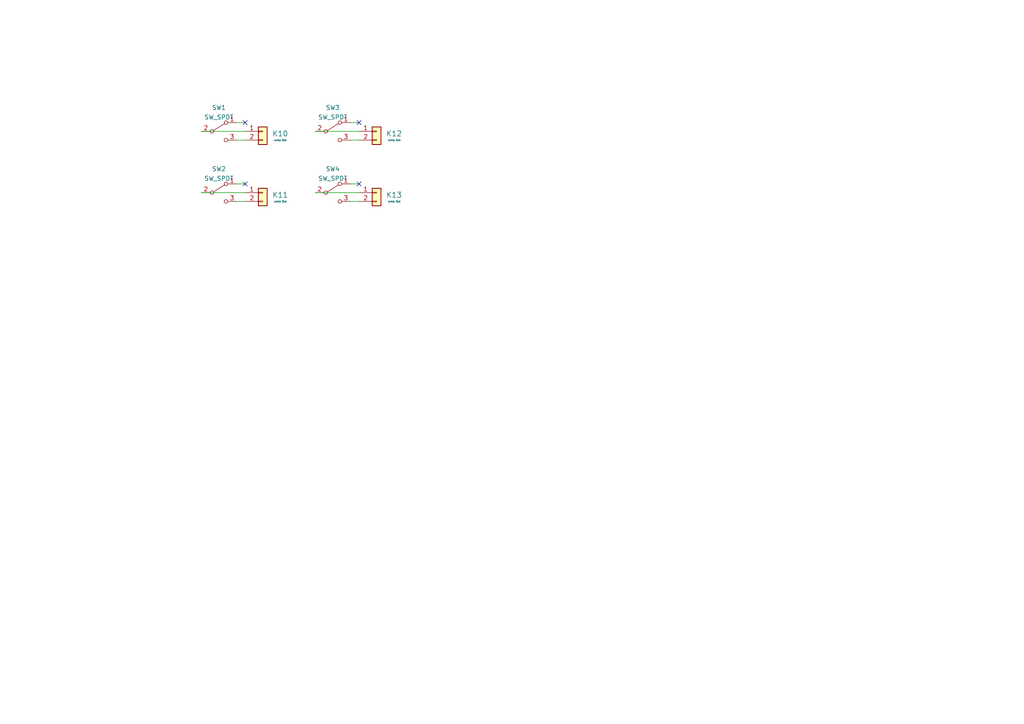
<source format=kicad_sch>
(kicad_sch (version 20211123) (generator eeschema)
  (paper "A4")
  (lib_symbols
    (symbol "Connector_Generic:Conn_01x02" (pin_names (offset 1.016) hide)
      (property "Reference" "J" (at 0 2.54 0))
      (property "Value" "Conn_01x02" (at 0 -5.08 0))
      (symbol "Conn_01x02_1_1"
        (rectangle (start -1.27 -2.413) (end 0 -2.667) (stroke (width 0.1524)))
        (rectangle (start -1.27 0.127) (end 0 -0.127) (stroke (width 0.1524)))
        (rectangle (start -1.27 1.27) (end 1.27 -3.81) (stroke (width 0.254)) (fill (type background)))
        (pin passive line (at -5.08 0 0) (length 3.81) (name "Pin_1") (number "1"))
        (pin passive line (at -5.08 -2.54 0) (length 3.81) (name "Pin_2") (number "2"))
      )
    )
    (symbol "Switch:SW_SPDT" (pin_names (offset 0) hide)
      (property "Reference" "SW" (at 0 4.318 0))
      (property "Value" "SW_SPDT" (at 0 -5.08 0))
      (symbol "SW_SPDT_0_0"
        (circle (center -2.032 0) (radius 0.508))
        (circle (center 2.032 -2.54) (radius 0.508))
      )
      (symbol "SW_SPDT_0_1"
        (polyline (pts (xy -1.524 0.254) (xy 1.651 2.286)))
        (circle (center 2.032 2.54) (radius 0.508))
      )
      (symbol "SW_SPDT_1_1"
        (pin passive line (at 5.08 2.54 180) (length 2.54) (name "A") (number "1"))
        (pin passive line (at -5.08 0 0) (length 2.54) (name "B") (number "2"))
        (pin passive line (at 5.08 -2.54 180) (length 2.54) (name "C") (number "3"))
      )
    )
  )
  (no_connect (at 104.14 35.56))
  (no_connect (at 71.12 35.56))
  (no_connect (at 71.12 53.34))
  (no_connect (at 104.14 53.34))
  (wire (pts (xy 68.58 35.56) (xy 71.12 35.56)))
  (wire (pts (xy 91.44 38.1) (xy 104.14 38.1)))
  (wire (pts (xy 68.58 53.34) (xy 71.12 53.34)))
  (wire (pts (xy 91.44 55.88) (xy 104.14 55.88)))
  (wire (pts (xy 101.6 58.42) (xy 104.14 58.42)))
  (wire (pts (xy 58.42 55.88) (xy 71.12 55.88)))
  (wire (pts (xy 58.42 38.1) (xy 71.12 38.1)))
  (wire (pts (xy 101.6 40.64) (xy 104.14 40.64)))
  (wire (pts (xy 68.58 58.42) (xy 71.12 58.42)))
  (wire (pts (xy 101.6 53.34) (xy 104.14 53.34)))
  (wire (pts (xy 101.6 35.56) (xy 104.14 35.56)))
  (wire (pts (xy 68.58 40.64) (xy 71.12 40.64)))
  (symbol (lib_id "Connector_Generic:Conn_01x02") (at 76.2 55.88 0) (unit 1)
    (property "Reference" "K11" (at 81.28 56.5404 0) (effects (font (size 1.524 1.524))))
    (property "Value" "Jump Out" (at 81.28 58.42 0) (effects (font (size 0.508 0.508))))
    (property "Footprint" "Connector_PinSocket_2.54mm:PinSocket_1x02_P2.54mm_Vertical" (effects hide))
  )
  (symbol (lib_id "Connector_Generic:Conn_01x02") (at 109.22 38.1 0) (unit 1)
    (property "Reference" "K12" (at 114.3 38.7604 0) (effects (font (size 1.524 1.524))))
    (property "Value" "Jump Out" (at 114.3 40.64 0) (effects (font (size 0.508 0.508))))
    (property "Footprint" "Connector_PinSocket_2.54mm:PinSocket_1x02_P2.54mm_Vertical" (effects hide))
  )
  (symbol (lib_id "Switch:SW_SPDT") (at 63.5 55.88 0) (unit 1)
    (property "Reference" "SW2" (at 63.5 48.9925 0))
    (property "Value" "SW_SPDT" (at 63.5 51.7676 0))
    (property "Footprint" "EDI:T8013-Z1BQ" (effects hide))
  )
  (symbol (lib_id "Connector_Generic:Conn_01x02") (at 76.2 38.1 0) (unit 1)
    (property "Reference" "K10" (at 81.28 38.7604 0) (effects (font (size 1.524 1.524))))
    (property "Value" "Jump Out" (at 81.28 40.64 0) (effects (font (size 0.508 0.508))))
    (property "Footprint" "Connector_PinSocket_2.54mm:PinSocket_1x02_P2.54mm_Vertical" (effects hide))
  )
  (symbol (lib_id "Switch:SW_SPDT") (at 96.52 38.1 0) (unit 1)
    (property "Reference" "SW3" (at 96.52 31.2125 0))
    (property "Value" "SW_SPDT" (at 96.52 33.9876 0))
    (property "Footprint" "EDI:T8013-Z1BQ" (effects hide))
  )
  (symbol (lib_id "Connector_Generic:Conn_01x02") (at 109.22 55.88 0) (unit 1)
    (property "Reference" "K13" (at 114.3 56.5404 0) (effects (font (size 1.524 1.524))))
    (property "Value" "Jump Out" (at 114.3 58.42 0) (effects (font (size 0.508 0.508))))
    (property "Footprint" "Connector_PinSocket_2.54mm:PinSocket_1x02_P2.54mm_Vertical" (effects hide))
  )
  (symbol (lib_id "Switch:SW_SPDT") (at 63.5 38.1 0) (unit 1)
    (property "Reference" "SW1" (at 63.5 31.2125 0))
    (property "Value" "SW_SPDT" (at 63.5 33.9876 0))
    (property "Footprint" "EDI:T8013-Z1BQ" (effects hide))
  )
  (symbol (lib_id "Switch:SW_SPDT") (at 96.52 55.88 0) (unit 1)
    (property "Reference" "SW4" (at 96.52 48.9925 0))
    (property "Value" "SW_SPDT" (at 96.52 51.7676 0))
    (property "Footprint" "EDI:T8013-Z1BQ" (effects hide))
  )
)
</source>
